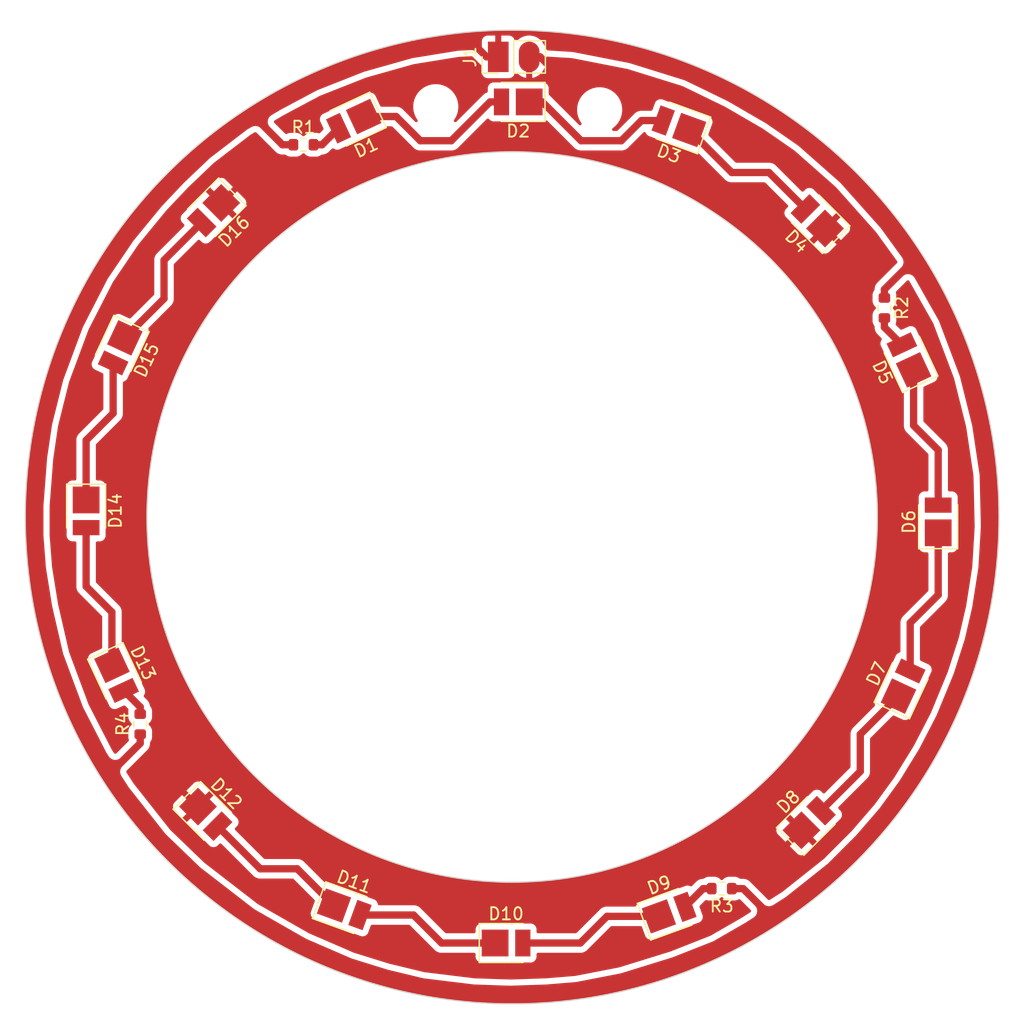
<source format=kicad_pcb>
(kicad_pcb (version 20240108) (generator "pcbnew") (generator_version "8.0")
  (layers (0 "F.Cu" signal) (31 "B.Cu" signal) (34 "B.Paste" user) (35 "F.Paste" user) (36 "B.SilkS" user "B.Silkscreen") (37 "F.SilkS" user "F.Silkscreen") (38 "B.Mask" user) (39 "F.Mask" user) (44 "Edge.Cuts" user))
  (net 0 "")
  (net 1 "Net-(D1-K)")
  (net 2 "+12V")
  (net 3 "Net-(D2-K)")
  (net 4 "Net-(D3-K)")
  (net 5 "GND")
  (net 6 "Net-(D5-K)")
  (net 7 "Net-(D6-K)")
  (net 8 "Net-(D7-K)")
  (net 9 "Net-(D10-A)")
  (net 10 "Net-(D10-K)")
  (net 11 "Net-(D11-K)")
  (net 12 "Net-(D13-K)")
  (net 13 "Net-(D14-K)")
  (net 14 "Net-(D15-K)")
  (net 15 "Net-(D1-A)")
  (net 16 "Net-(D5-A)")
  (net 17 "Net-(D9-A)")
  (net 18 "Net-(D13-A)")
  (footprint "Resistor_SMD:R_0603_1608Metric" (layer "F.Cu") (at 69.4436 117.0178 90)
    (property "Reference" "R4" (at 0 -1.43 90) (layer "F.SilkS"))
    (property "Value" "0")
    (fp_line (start -0.237258 -0.5225) (end 0.237258 -0.5225) (stroke (width 0.12)) (layer "F.SilkS"))
    (fp_line (start -0.237258 0.5225) (end 0.237258 0.5225) (stroke (width 0.12)) (layer "F.SilkS"))
    (pad "1" smd roundrect (at -0.825 0 90) (size 0.8 0.95) (layers "F.Cu" "F.Paste" "F.Mask") (net 2 "+12V"))
    (pad "2" smd roundrect (at 0.825 0 90) (size 0.8 0.95) (layers "F.Cu" "F.Paste" "F.Mask") (net 18 "Net-(D13-A)"))
  )
  (footprint "LED_SMD:LED_PLCC_2835" (layer "F.Cu") (at 75.463604 74.836396 -135)
    (property "Reference" "D16" (at 0 -2.4 45) (layer "F.SilkS"))
    (property "Value" "LED")
    (fp_line (start 1.4 1.6) (end -2.2 1.6) (stroke (width 0.12)) (layer "F.SilkS"))
    (fp_line (start 1.4 -1.6) (end -2.2 -1.6) (stroke (width 0.12)) (layer "F.SilkS"))
    (fp_line (start -2.2 -1.6) (end -2.2 1.6) (stroke (width 0.12)) (layer "F.SilkS"))
    (pad "1" smd rect (at -0.9 0 225) (size 2.2 2.2) (layers "F.Cu" "F.Paste" "F.Mask") (net 5 "GND"))
    (pad "2" smd rect (at 1.375 0 225) (size 1.25 2.2) (layers "F.Cu" "F.Paste" "F.Mask") (net 14 "Net-(D15-K)"))
  )
  (footprint "LED_SMD:LED_PLCC_2835" (layer "F.Cu") (at 74.827728 124.427728 -45)
    (property "Reference" "D12" (at 0 -2.4 135) (layer "F.SilkS"))
    (property "Value" "LED")
    (fp_line (start -2.2 -1.6) (end -2.2 1.6) (stroke (width 0.12)) (layer "F.SilkS"))
    (fp_line (start 1.4 1.6) (end -2.2 1.6) (stroke (width 0.12)) (layer "F.SilkS"))
    (fp_line (start 1.4 -1.6) (end -2.2 -1.6) (stroke (width 0.12)) (layer "F.SilkS"))
    (pad "1" smd rect (at -0.9 0 315) (size 2.2 2.2) (layers "F.Cu" "F.Paste" "F.Mask") (net 5 "GND"))
    (pad "2" smd rect (at 1.375 0 315) (size 1.25 2.2) (layers "F.Cu" "F.Paste" "F.Mask") (net 11 "Net-(D11-K)"))
  )
  (footprint "LED_SMD:LED_PLCC_2835" (layer "F.Cu") (at 135 100.4 90)
    (property "Reference" "D6" (at 0 -2.4 90) (layer "F.SilkS"))
    (property "Value" "LED")
    (fp_line (start 1.4 -1.6) (end -2.2 -1.6) (stroke (width 0.12)) (layer "F.SilkS"))
    (fp_line (start -2.2 -1.6) (end -2.2 1.6) (stroke (width 0.12)) (layer "F.SilkS"))
    (fp_line (start 1.4 1.6) (end -2.2 1.6) (stroke (width 0.12)) (layer "F.SilkS"))
    (pad "1" smd rect (at -0.9 0 90) (size 2.2 2.2) (layers "F.Cu" "F.Paste" "F.Mask") (net 7 "Net-(D6-K)"))
    (pad "2" smd rect (at 1.375 0 90) (size 1.25 2.2) (layers "F.Cu" "F.Paste" "F.Mask") (net 6 "Net-(D5-K)"))
  )
  (footprint "Connector_PinHeader_2.54mm:PinHeader_1x02_P2.54mm_Vertical" (layer "F.Cu") (at 98.86 62.2 90)
    (property "Reference" "J1" (at 0 -2.33 90) (layer "F.SilkS"))
    (property "Value" "Conn_01x02")
    (fp_line (start -1.33 -1.33) (end 0 -1.33) (stroke (width 0.12)) (layer "F.SilkS"))
    (fp_line (start -1.33 0) (end -1.33 -1.33) (stroke (width 0.12)) (layer "F.SilkS"))
    (fp_line (start 1.33 1.27) (end 1.33 3.87) (stroke (width 0.12)) (layer "F.SilkS"))
    (fp_line (start -1.33 1.27) (end 1.33 1.27) (stroke (width 0.12)) (layer "F.SilkS"))
    (fp_line (start -1.33 1.27) (end -1.33 3.87) (stroke (width 0.12)) (layer "F.SilkS"))
    (fp_line (start -1.33 3.87) (end 1.33 3.87) (stroke (width 0.12)) (layer "F.SilkS"))
    (pad "1" smd rect (at 0 0 90) (size 2.5 1.7) (layers "F.Cu" "F.Paste" "F.Mask") (net 2 "+12V"))
    (pad "2" smd oval (at 0 2.54 90) (size 2.5 1.7) (layers "F.Cu" "F.Paste" "F.Mask") (net 5 "GND"))
  )
  (footprint "LED_SMD:LED_PLCC_2835" (layer "F.Cu") (at 99.5 135)
    (property "Reference" "D10" (at 0 -2.4 0) (layer "F.SilkS"))
    (property "Value" "LED")
    (fp_line (start -2.2 -1.6) (end -2.2 1.6) (stroke (width 0.12)) (layer "F.SilkS"))
    (fp_line (start 1.4 -1.6) (end -2.2 -1.6) (stroke (width 0.12)) (layer "F.SilkS"))
    (fp_line (start 1.4 1.6) (end -2.2 1.6) (stroke (width 0.12)) (layer "F.SilkS"))
    (pad "1" smd rect (at -0.9 0) (size 2.2 2.2) (layers "F.Cu" "F.Paste" "F.Mask") (net 10 "Net-(D10-K)"))
    (pad "2" smd rect (at 1.375 0) (size 1.25 2.2) (layers "F.Cu" "F.Paste" "F.Mask") (net 9 "Net-(D10-A)"))
  )
  (footprint "LED_SMD:LED_PLCC_2835" (layer "F.Cu") (at 86.984323 67.480356 -155)
    (property "Reference" "D1" (at 0 -2.4 25) (layer "F.SilkS"))
    (property "Value" "LED")
    (fp_line (start 1.4 1.6) (end -2.2 1.6) (stroke (width 0.12)) (layer "F.SilkS"))
    (fp_line (start 1.4 -1.6) (end -2.2 -1.6) (stroke (width 0.12)) (layer "F.SilkS"))
    (fp_line (start -2.2 -1.6) (end -2.2 1.6) (stroke (width 0.12)) (layer "F.SilkS"))
    (pad "1" smd rect (at -0.9 0 205) (size 2.2 2.2) (layers "F.Cu" "F.Paste" "F.Mask") (net 1 "Net-(D1-K)"))
    (pad "2" smd rect (at 1.375 0 205) (size 1.25 2.2) (layers "F.Cu" "F.Paste" "F.Mask") (net 15 "Net-(D1-A)"))
  )
  (footprint "LED_SMD:LED_PLCC_2835" (layer "F.Cu") (at 86.207923 132.229722 -20)
    (property "Reference" "D11" (at 0 -2.4 160) (layer "F.SilkS"))
    (property "Value" "LED")
    (fp_line (start -2.200001 -1.6) (end -2.2 1.6) (stroke (width 0.12)) (layer "F.SilkS"))
    (fp_line (start 1.399999 1.6) (end -2.2 1.6) (stroke (width 0.12)) (layer "F.SilkS"))
    (fp_line (start 1.4 -1.6) (end -2.200001 -1.6) (stroke (width 0.12)) (layer "F.SilkS"))
    (pad "1" smd rect (at -0.9 0 340) (size 2.2 2.2) (layers "F.Cu" "F.Paste" "F.Mask") (net 11 "Net-(D11-K)"))
    (pad "2" smd rect (at 1.375 0 340) (size 1.25 2.2) (layers "F.Cu" "F.Paste" "F.Mask") (net 10 "Net-(D10-K)"))
  )
  (footprint "MountingHole:MountingHole_3.2mm_M3" (layer "F.Cu") (at 93.726 66.294)
    (property "Reference" "H1" (hide yes))
    (property "Value" "MountingHole")
    (pad "" np_thru_hole circle (at 0 0) (size 3.2 3.2) (drill 3.2) (layers "*.Cu" "*.Mask"))
  )
  (footprint "LED_SMD:LED_PLCC_2835" (layer "F.Cu") (at 132.6 87.1 115)
    (property "Reference" "D5" (at 0 -2.4 115) (layer "F.SilkS"))
    (property "Value" "LED")
    (fp_line (start 1.4 -1.6) (end -2.2 -1.6) (stroke (width 0.12)) (layer "F.SilkS"))
    (fp_line (start -2.2 -1.6) (end -2.2 1.6) (stroke (width 0.12)) (layer "F.SilkS"))
    (fp_line (start 1.4 1.6) (end -2.2 1.6) (stroke (width 0.12)) (layer "F.SilkS"))
    (pad "1" smd rect (at -0.9 0 115) (size 2.2 2.2) (layers "F.Cu" "F.Paste" "F.Mask") (net 6 "Net-(D5-K)"))
    (pad "2" smd rect (at 1.375 0 115) (size 1.25 2.2) (layers "F.Cu" "F.Paste" "F.Mask") (net 16 "Net-(D5-A)"))
  )
  (footprint "MountingHole:MountingHole_3.2mm_M3" (layer "F.Cu") (at 107.188 66.548)
    (property "Reference" "H2" (hide yes))
    (property "Value" "MountingHole")
    (pad "" np_thru_hole circle (at 0 0) (size 3.2 3.2) (drill 3.2) (layers "*.Cu" "*.Mask"))
  )
  (footprint "LED_SMD:LED_PLCC_2835" (layer "F.Cu") (at 124.4 125.1 45)
    (property "Reference" "D8" (at 0 -2.4 45) (layer "F.SilkS"))
    (property "Value" "LED")
    (fp_line (start -2.2 -1.6) (end -2.2 1.6) (stroke (width 0.12)) (layer "F.SilkS"))
    (fp_line (start 1.4 -1.6) (end -2.2 -1.6) (stroke (width 0.12)) (layer "F.SilkS"))
    (fp_line (start 1.4 1.6) (end -2.2 1.6) (stroke (width 0.12)) (layer "F.SilkS"))
    (pad "1" smd rect (at -0.9 0 45) (size 2.2 2.2) (layers "F.Cu" "F.Paste" "F.Mask") (net 5 "GND"))
    (pad "2" smd rect (at 1.375 0 45) (size 1.25 2.2) (layers "F.Cu" "F.Paste" "F.Mask") (net 8 "Net-(D7-K)"))
  )
  (footprint "LED_SMD:LED_PLCC_2835" (layer "F.Cu") (at 100.5 65.9 180)
    (property "Reference" "D2" (at 0 -2.4 0) (layer "F.SilkS"))
    (property "Value" "LED")
    (fp_line (start 1.4 1.6) (end -2.2 1.6) (stroke (width 0.12)) (layer "F.SilkS"))
    (fp_line (start 1.4 -1.6) (end -2.2 -1.6) (stroke (width 0.12)) (layer "F.SilkS"))
    (fp_line (start -2.2 -1.6) (end -2.2 1.6) (stroke (width 0.12)) (layer "F.SilkS"))
    (pad "1" smd rect (at -0.9 0 180) (size 2.2 2.2) (layers "F.Cu" "F.Paste" "F.Mask") (net 3 "Net-(D2-K)"))
    (pad "2" smd rect (at 1.375 0 180) (size 1.25 2.2) (layers "F.Cu" "F.Paste" "F.Mask") (net 1 "Net-(D1-K)"))
  )
  (footprint "LED_SMD:LED_PLCC_2835" (layer "F.Cu") (at 65 99.5 -90)
    (property "Reference" "D14" (at 0 -2.4 90) (layer "F.SilkS"))
    (property "Value" "LED")
    (fp_line (start 1.4 1.6) (end -2.2 1.6) (stroke (width 0.12)) (layer "F.SilkS"))
    (fp_line (start -2.2 -1.6) (end -2.2 1.6) (stroke (width 0.12)) (layer "F.SilkS"))
    (fp_line (start 1.4 -1.6) (end -2.2 -1.6) (stroke (width 0.12)) (layer "F.SilkS"))
    (pad "1" smd rect (at -0.9 0 270) (size 2.2 2.2) (layers "F.Cu" "F.Paste" "F.Mask") (net 13 "Net-(D14-K)"))
    (pad "2" smd rect (at 1.375 0 270) (size 1.25 2.2) (layers "F.Cu" "F.Paste" "F.Mask") (net 12 "Net-(D13-K)"))
  )
  (footprint "LED_SMD:LED_PLCC_2835" (layer "F.Cu") (at 125.063604 75.663604 135)
    (property "Reference" "D4" (at 0 -2.4 135) (layer "F.SilkS"))
    (property "Value" "LED")
    (fp_line (start 1.4 -1.6) (end -2.2 -1.6) (stroke (width 0.12)) (layer "F.SilkS"))
    (fp_line (start 1.4 1.6) (end -2.2 1.6) (stroke (width 0.12)) (layer "F.SilkS"))
    (fp_line (start -2.2 -1.6) (end -2.2 1.6) (stroke (width 0.12)) (layer "F.SilkS"))
    (pad "1" smd rect (at -0.9 0 135) (size 2.2 2.2) (layers "F.Cu" "F.Paste" "F.Mask") (net 5 "GND"))
    (pad "2" smd rect (at 1.375 0 135) (size 1.25 2.2) (layers "F.Cu" "F.Paste" "F.Mask") (net 4 "Net-(D3-K)"))
  )
  (footprint "LED_SMD:LED_PLCC_2835" (layer "F.Cu") (at 67.5 113 -65)
    (property "Reference" "D13" (at 0 -2.4 115) (layer "F.SilkS"))
    (property "Value" "LED")
    (fp_line (start 1.4 1.6) (end -2.2 1.6) (stroke (width 0.12)) (layer "F.SilkS"))
    (fp_line (start -2.2 -1.6) (end -2.2 1.6) (stroke (width 0.12)) (layer "F.SilkS"))
    (fp_line (start 1.4 -1.6) (end -2.2 -1.6) (stroke (width 0.12)) (layer "F.SilkS"))
    (pad "1" smd rect (at -0.9 0 295) (size 2.2 2.2) (layers "F.Cu" "F.Paste" "F.Mask") (net 12 "Net-(D13-K)"))
    (pad "2" smd rect (at 1.375 0 295) (size 1.25 2.2) (layers "F.Cu" "F.Paste" "F.Mask") (net 18 "Net-(D13-A)"))
  )
  (footprint "Resistor_SMD:R_0603_1608Metric" (layer "F.Cu") (at 130.5814 82.8294 -90)
    (property "Reference" "R2" (at 0 -1.43 90) (layer "F.SilkS"))
    (property "Value" "0")
    (fp_line (start -0.237258 0.5225) (end 0.237258 0.5225) (stroke (width 0.12)) (layer "F.SilkS"))
    (fp_line (start -0.237258 -0.5225) (end 0.237258 -0.5225) (stroke (width 0.12)) (layer "F.SilkS"))
    (pad "1" smd roundrect (at -0.825 0 270) (size 0.8 0.95) (layers "F.Cu" "F.Paste" "F.Mask") (net 2 "+12V"))
    (pad "2" smd roundrect (at 0.825 0 270) (size 0.8 0.95) (layers "F.Cu" "F.Paste" "F.Mask") (net 16 "Net-(D5-A)"))
  )
  (footprint "LED_SMD:LED_PLCC_2835" (layer "F.Cu") (at 67.8 86.1 -115)
    (property "Reference" "D15" (at 0 -2.4 65) (layer "F.SilkS"))
    (property "Value" "LED")
    (fp_line (start 1.4 1.6) (end -2.2 1.6) (stroke (width 0.12)) (layer "F.SilkS"))
    (fp_line (start 1.4 -1.6) (end -2.2 -1.6) (stroke (width 0.12)) (layer "F.SilkS"))
    (fp_line (start -2.2 -1.6) (end -2.2 1.6) (stroke (width 0.12)) (layer "F.SilkS"))
    (pad "1" smd rect (at -0.9 0 245) (size 2.2 2.2) (layers "F.Cu" "F.Paste" "F.Mask") (net 14 "Net-(D15-K)"))
    (pad "2" smd rect (at 1.375 0 245) (size 1.25 2.2) (layers "F.Cu" "F.Paste" "F.Mask") (net 13 "Net-(D14-K)"))
  )
  (footprint "Resistor_SMD:R_0603_1608Metric" (layer "F.Cu") (at 82.8548 69.4182)
    (property "Reference" "R1" (at 0 -1.43 0) (layer "F.SilkS"))
    (property "Value" "0")
    (fp_line (start -0.237258 -0.5225) (end 0.237258 -0.5225) (stroke (width 0.12)) (layer "F.SilkS"))
    (fp_line (start -0.237258 0.5225) (end 0.237258 0.5225) (stroke (width 0.12)) (layer "F.SilkS"))
    (pad "1" smd roundrect (at -0.825 0) (size 0.8 0.95) (layers "F.Cu" "F.Paste" "F.Mask") (net 2 "+12V"))
    (pad "2" smd roundrect (at 0.825 0) (size 0.8 0.95) (layers "F.Cu" "F.Paste" "F.Mask") (net 15 "Net-(D1-A)"))
  )
  (footprint "Resistor_SMD:R_0603_1608Metric" (layer "F.Cu") (at 117.221 130.5306 180)
    (property "Reference" "R3" (at 0 -1.43 0) (layer "F.SilkS"))
    (property "Value" "0")
    (fp_line (start -0.237258 0.5225) (end 0.237258 0.5225) (stroke (width 0.12)) (layer "F.SilkS"))
    (fp_line (start -0.237258 -0.5225) (end 0.237258 -0.5225) (stroke (width 0.12)) (layer "F.SilkS"))
    (pad "1" smd roundrect (at -0.825 0 180) (size 0.8 0.95) (layers "F.Cu" "F.Paste" "F.Mask") (net 2 "+12V"))
    (pad "2" smd roundrect (at 0.825 0 180) (size 0.8 0.95) (layers "F.Cu" "F.Paste" "F.Mask") (net 17 "Net-(D9-A)"))
  )
  (footprint "LED_SMD:LED_PLCC_2835" (layer "F.Cu") (at 132.1189 113.9 65)
    (property "Reference" "D7" (at 0 -2.4 65) (layer "F.SilkS"))
    (property "Value" "LED")
    (fp_line (start -2.2 -1.6) (end -2.2 1.6) (stroke (width 0.12)) (layer "F.SilkS"))
    (fp_line (start 1.4 -1.6) (end -2.2 -1.6) (stroke (width 0.12)) (layer "F.SilkS"))
    (fp_line (start 1.4 1.6) (end -2.2 1.6) (stroke (width 0.12)) (layer "F.SilkS"))
    (pad "1" smd rect (at -0.9 0 65) (size 2.2 2.2) (layers "F.Cu" "F.Paste" "F.Mask") (net 8 "Net-(D7-K)"))
    (pad "2" smd rect (at 1.375 0 65) (size 1.25 2.2) (layers "F.Cu" "F.Paste" "F.Mask") (net 7 "Net-(D6-K)"))
  )
  (footprint "LED_SMD:LED_PLCC_2835" (layer "F.Cu") (at 112.9 132.5 20)
    (property "Reference" "D9" (at 0 -2.4 20) (layer "F.SilkS"))
    (property "Value" "LED")
    (fp_line (start -2.2 -1.6) (end -2.200001 1.6) (stroke (width 0.12)) (layer "F.SilkS"))
    (fp_line (start 1.399999 -1.6) (end -2.2 -1.6) (stroke (width 0.12)) (layer "F.SilkS"))
    (fp_line (start 1.4 1.6) (end -2.200001 1.6) (stroke (width 0.12)) (layer "F.SilkS"))
    (pad "1" smd rect (at -0.9 0 20) (size 2.2 2.2) (layers "F.Cu" "F.Paste" "F.Mask") (net 9 "Net-(D10-A)"))
    (pad "2" smd rect (at 1.375 0 20) (size 1.25 2.2) (layers "F.Cu" "F.Paste" "F.Mask") (net 17 "Net-(D9-A)"))
  )
  (footprint "LED_SMD:LED_PLCC_2835" (layer "F.Cu") (at 113.7 67.9 160)
    (property "Reference" "D3" (at 0 -2.4 160) (layer "F.SilkS"))
    (property "Value" "LED")
    (fp_line (start 1.4 -1.6) (end -2.200001 -1.6) (stroke (width 0.12)) (layer "F.SilkS"))
    (fp_line (start 1.399999 1.6) (end -2.2 1.6) (stroke (width 0.12)) (layer "F.SilkS"))
    (fp_line (start -2.200001 -1.6) (end -2.2 1.6) (stroke (width 0.12)) (layer "F.SilkS"))
    (pad "1" smd rect (at -0.9 0 160) (size 2.2 2.2) (layers "F.Cu" "F.Paste" "F.Mask") (net 4 "Net-(D3-K)"))
    (pad "2" smd rect (at 1.375 0 160) (size 1.25 2.2) (layers "F.Cu" "F.Paste" "F.Mask") (net 3 "Net-(D2-K)"))
  )
  (gr_circle (center 100 100) (end 130 100) (stroke (width 0.1)) (fill none) (layer "Edge.Cuts"))
  (gr_circle (center 100 100) (end 140 100) (stroke (width 0.1)) (fill none) (layer "Edge.Cuts"))
  (segment (start 94.996 69.088) (end 98.184 65.9) (width 0.6) (layer "F.Cu") (net 1))
  (segment (start 87.8 67.1) (end 90.468 67.1) (width 0.6) (layer "F.Cu") (net 1))
  (segment (start 98.184 65.9) (end 99.125 65.9) (width 0.6) (layer "F.Cu") (net 1))
  (segment (start 90.468 67.1) (end 92.456 69.088) (width 0.6) (layer "F.Cu") (net 1))
  (segment (start 92.456 69.088) (end 94.996 69.088) (width 0.6) (layer "F.Cu") (net 1))
  (segment (start 81.1276 69.4182) (end 78.9178 67.2084) (width 0.6) (layer "F.Cu") (net 2))
  (segment (start 118.9736 130.5306) (end 121.158 132.715) (width 0.6) (layer "F.Cu") (net 2))
  (segment (start 97.9 62.2) (end 96.8 61.1) (width 0.6) (layer "F.Cu") (net 2))
  (segment (start 69.4436 118.5926) (end 67.1322 120.904) (width 0.6) (layer "F.Cu") (net 2))
  (segment (start 118.046 130.5306) (end 118.9736 130.5306) (width 0.6) (layer "F.Cu") (net 2))
  (segment (start 130.5814 81.3054) (end 132.8674 79.0194) (width 0.6) (layer "F.Cu") (net 2))
  (segment (start 130.5814 82.0044) (end 130.5814 81.3054) (width 0.6) (layer "F.Cu") (net 2))
  (segment (start 98.86 62.2) (end 97.9 62.2) (width 0.6) (layer "F.Cu") (net 2))
  (segment (start 82.0298 69.4182) (end 81.1276 69.4182) (width 0.6) (layer "F.Cu") (net 2))
  (segment (start 69.4436 117.8428) (end 69.4436 118.5926) (width 0.6) (layer "F.Cu") (net 2))
  (segment (start 105.664 69.088) (end 108.966 69.088) (width 0.6) (layer "F.Cu") (net 3))
  (segment (start 108.966 69.088) (end 110.624278 67.429722) (width 0.6) (layer "F.Cu") (net 3))
  (segment (start 110.624278 67.429722) (end 112.407923 67.429722) (width 0.6) (layer "F.Cu") (net 3))
  (segment (start 102.476 65.9) (end 105.664 69.088) (width 0.6) (layer "F.Cu") (net 3))
  (segment (start 101.4 65.9) (end 102.476 65.9) (width 0.6) (layer "F.Cu") (net 3))
  (segment (start 114.545723 68.207818) (end 118.037905 71.7) (width 0.6) (layer "F.Cu") (net 4))
  (segment (start 118.037905 71.7) (end 121.1 71.7) (width 0.6) (layer "F.Cu") (net 4))
  (segment (start 121.1 71.7) (end 124.091332 74.691332) (width 0.6) (layer "F.Cu") (net 4))
  (segment (start 102.3 62.2) (end 103.5 63.4) (width 0.6) (layer "F.Cu") (net 5))
  (segment (start 101.4 62.2) (end 102.3 62.2) (width 0.6) (layer "F.Cu") (net 5))
  (segment (start 132.980356 87.915677) (end 132.980356 92.480356) (width 0.6) (layer "F.Cu") (net 6))
  (segment (start 132.980356 92.480356) (end 135 94.5) (width 0.6) (layer "F.Cu") (net 6))
  (segment (start 135 94.5) (end 135 99.025) (width 0.6) (layer "F.Cu") (net 6))
  (segment (start 135 106.4) (end 132.7 108.7) (width 0.6) (layer "F.Cu") (net 7))
  (segment (start 132.7 108.7) (end 132.7 112.653827) (width 0.6) (layer "F.Cu") (net 7))
  (segment (start 135 101.3) (end 135 106.4) (width 0.6) (layer "F.Cu") (net 7))
  (segment (start 128.6 120.9) (end 128.6 117.854221) (width 0.6) (layer "F.Cu") (net 8))
  (segment (start 128.6 117.854221) (end 131.738544 114.715677) (width 0.6) (layer "F.Cu") (net 8))
  (segment (start 125.372272 124.127728) (end 128.6 120.9) (width 0.6) (layer "F.Cu") (net 8))
  (segment (start 107.792182 132.807818) (end 105.6 135) (width 0.6) (layer "F.Cu") (net 9))
  (segment (start 105.6 135) (end 100.875 135) (width 0.6) (layer "F.Cu") (net 9))
  (segment (start 112.054277 132.807818) (end 107.792182 132.807818) (width 0.6) (layer "F.Cu") (net 9))
  (segment (start 98.6 135) (end 94.2 135) (width 0.6) (layer "F.Cu") (net 10))
  (segment (start 91.9 132.7) (end 87.5 132.7) (width 0.6) (layer "F.Cu") (net 10))
  (segment (start 94.2 135) (end 91.9 132.7) (width 0.6) (layer "F.Cu") (net 10))
  (segment (start 79.3 128.9) (end 75.8 125.4) (width 0.6) (layer "F.Cu") (net 11))
  (segment (start 85.3622 131.921904) (end 82.340296 128.9) (width 0.6) (layer "F.Cu") (net 11))
  (segment (start 82.340296 128.9) (end 79.3 128.9) (width 0.6) (layer "F.Cu") (net 11))
  (segment (start 67.119644 112.184323) (end 67.119644 107.819644) (width 0.6) (layer "F.Cu") (net 12))
  (segment (start 65 105.7) (end 65 100.875) (width 0.6) (layer "F.Cu") (net 12))
  (segment (start 67.119644 107.819644) (end 65 105.7) (width 0.6) (layer "F.Cu") (net 12))
  (segment (start 67.2189 91.4811) (end 67.2189 87.346173) (width 0.6) (layer "F.Cu") (net 13))
  (segment (start 65 98.6) (end 65 93.7) (width 0.6) (layer "F.Cu") (net 13))
  (segment (start 65 93.7) (end 67.2189 91.4811) (width 0.6) (layer "F.Cu") (net 13))
  (segment (start 68.180356 85.284323) (end 71.4 82.064679) (width 0.6) (layer "F.Cu") (net 14))
  (segment (start 71.4 78.9) (end 74.491332 75.808668) (width 0.6) (layer "F.Cu") (net 14))
  (segment (start 71.4 82.064679) (end 71.4 78.9) (width 0.6) (layer "F.Cu") (net 14))
  (segment (start 84.381406 69.4182) (end 85.73815 68.061456) (width 0.6) (layer "F.Cu") (net 15))
  (segment (start 83.6798 69.4182) (end 84.381406 69.4182) (width 0.6) (layer "F.Cu") (net 15))
  (segment (start 130.5814 84.416327) (end 132.0189 85.853827) (width 0.6) (layer "F.Cu") (net 16))
  (segment (start 130.5814 83.6544) (end 130.5814 84.416327) (width 0.6) (layer "F.Cu") (net 16))
  (segment (start 115.691199 130.5306) (end 114.192077 132.029722) (width 0.6) (layer "F.Cu") (net 17))
  (segment (start 116.396 130.5306) (end 115.691199 130.5306) (width 0.6) (layer "F.Cu") (net 17))
  (segment (start 69.4436 115.608673) (end 68.0811 114.246173) (width 0.6) (layer "F.Cu") (net 18))
  (segment (start 69.4436 116.1928) (end 69.4436 115.608673) (width 0.6) (layer "F.Cu") (net 18))
  (zone (net 5) (net_name "GND") (layer "F.Cu") (priority 1) (connect_pads (clearance 0.5)) (min_thickness 0.25) (fill yes (thermal_gap 0.5) (thermal_bridge_width 0.5))
    (polygon (pts (xy 100 62) (xy 104.9 62.3) (xy 109.5 63.2) (xy 114 64.6) (xy 117.5 66.3) (xy 120.6 68.1) (xy 123.2 69.9) (xy 126.6 72.9) (xy 129.9 76.6) (xy 132 79.5) (xy 134.6 84.1) (xy 136.3 88.6) (xy 137.3 92.6) (xy 137.9 96.6) (xy 138 100.8) (xy 137.8 104.1) (xy 137.3 107.3) (xy 136.7 109.9) (xy 135.8 112.7) (xy 134.4 116.1) (xy 133 118.8) (xy 131.4 121.4) (xy 129.8 123.6) (xy 127.9 125.8) (xy 125.6 128.1) (xy 122.2 130.8) (xy 118.9 132.9) (xy 116.3 134.4) (xy 113 135.7) (xy 108.8 137) (xy 105.2 137.7) (xy 102.8 137.9) (xy 99.8 138) (xy 96.9 137.9) (xy 92.8 137.4) (xy 89.9 136.7) (xy 87 135.8) (xy 83.3 134.2) (xy 79.1 131.8) (xy 74.7 128.4) (xy 71.9 125.7) (xy 68.9 121.9) (xy 67.1 119.1) (xy 65.2 115.4) (xy 63.6 111.1) (xy 62.7 107.2) (xy 62.2 104.1) (xy 62 101.5) (xy 62 99.1) (xy 62.3 95.2) (xy 62.7 92.5) (xy 63.6 88.9) (xy 65.2 84.6) (xy 67.2 80.7) (xy 69.3 77.6) (xy 71.6 74.8) (xy 73.4 72.9) (xy 75.5 70.9) (xy 78.5 68.6) (xy 81.2 67) (xy 84.2 65.4) (xy 88 63.9) (xy 91.9 62.8) (xy 95.6 62.2) (xy 97.5 62.1)))
  )
  (zone (net 2) (net_name "+12V") (layer "F.Cu") (connect_pads (clearance 0.5)) (min_thickness 0.25) (fill yes (thermal_gap 0.5) (thermal_bridge_width 0.5))
    (polygon (pts (xy 60 60) (xy 140 60) (xy 140 140) (xy 60 140)))
  )
)
</source>
